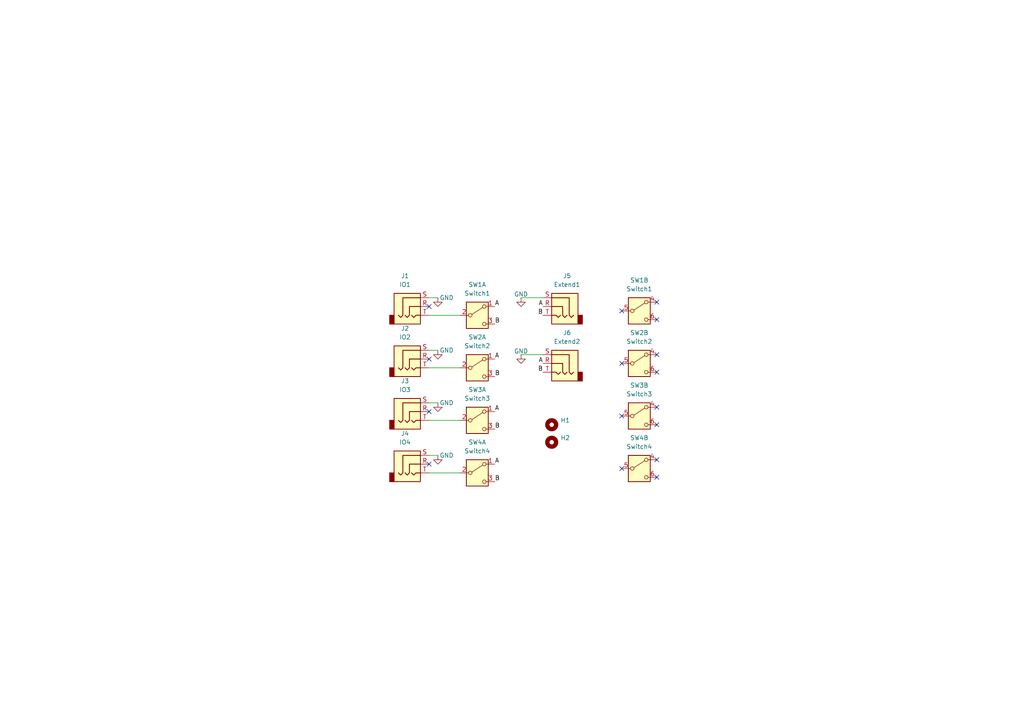
<source format=kicad_sch>
(kicad_sch (version 20250114) (generator "eeschema") (generator_version "9.0")
  (paper "A4")
  (lib_symbols
    (symbol "AudioJack3_1"
      (property "Reference" "J1" (at -1.905 8.89 0))
      (property "Value" "IO1" (at -1.905 6.35 0))
      (symbol "AudioJack3_1_0_1"
        (rectangle (start -5.08 -5.08) (end -6.35 -2.54) (stroke (width 0.254)) (fill (type outline)))
        (polyline (pts (xy -1.905 -2.54) (xy -1.27 -3.175) (xy -0.635 -2.54) (xy -0.635 0) (xy 2.54 0)) (stroke (width 0.254)))
        (polyline (pts (xy 0 -2.54) (xy 0.635 -3.175) (xy 1.27 -2.54) (xy 2.54 -2.54)) (stroke (width 0.254)))
        (rectangle (start 2.54 3.81) (end -5.08 -5.08) (stroke (width 0.254)) (fill (type background)))
        (polyline (pts (xy 2.54 2.54) (xy -2.54 2.54) (xy -2.54 -2.54) (xy -3.175 -3.175) (xy -3.81 -2.54)) (stroke (width 0.254)))
      )
      (symbol "AudioJack3_1_1_1"
        (pin power_out line (at 5.08 2.54 180) (length 2.54) (name "~") (number "S"))
        (pin passive line (at 5.08 0 180) (length 2.54) (name "~") (number "R"))
        (pin passive line (at 5.08 -2.54 180) (length 2.54) (name "~") (number "T"))
      )
    )
    (symbol "Connector_Audio:AudioJack3"
      (property "Reference" "J" (at 0 8.89 0))
      (property "Value" "AudioJack3" (at 0 6.35 0))
      (symbol "AudioJack3_0_1"
        (rectangle (start -5.08 -5.08) (end -6.35 -2.54) (stroke (width 0.254)) (fill (type outline)))
        (polyline (pts (xy -1.905 -2.54) (xy -1.27 -3.175) (xy -0.635 -2.54) (xy -0.635 0) (xy 2.54 0)) (stroke (width 0.254)))
        (polyline (pts (xy 0 -2.54) (xy 0.635 -3.175) (xy 1.27 -2.54) (xy 2.54 -2.54)) (stroke (width 0.254)))
        (rectangle (start 2.54 3.81) (end -5.08 -5.08) (stroke (width 0.254)) (fill (type background)))
        (polyline (pts (xy 2.54 2.54) (xy -2.54 2.54) (xy -2.54 -2.54) (xy -3.175 -3.175) (xy -3.81 -2.54)) (stroke (width 0.254)))
      )
      (symbol "AudioJack3_1_1"
        (pin passive line (at 5.08 2.54 180) (length 2.54) (name "~") (number "S"))
        (pin passive line (at 5.08 0 180) (length 2.54) (name "~") (number "R"))
        (pin passive line (at 5.08 -2.54 180) (length 2.54) (name "~") (number "T"))
      )
    )
    (symbol "Mechanical:MountingHole" (pin_names (offset 1.016)) (in_bom no)
      (property "Reference" "H" (at 0 5.08 0))
      (property "Value" "MountingHole" (at 0 3.175 0))
      (symbol "MountingHole_0_1"
        (circle (center 0 0) (radius 1.27) (stroke (width 1.27)))
      )
    )
    (symbol "Switch:SW_DPDT_x2" (pin_names (offset 0) (hide yes))
      (property "Reference" "SW" (at 0 5.08 0))
      (property "Value" "SW_DPDT_x2" (at 0 -5.08 0))
      (symbol "SW_DPDT_x2_0_0"
        (circle (center -2.032 0) (radius 0.508))
        (circle (center 2.032 -2.54) (radius 0.508))
      )
      (symbol "SW_DPDT_x2_0_1"
        (rectangle (start -3.175 3.81) (end 3.175 -3.81) (stroke (width 0.254)) (fill (type background)))
        (polyline (pts (xy -1.524 0.254) (xy 1.5748 2.286)))
        (circle (center 2.032 2.54) (radius 0.508))
      )
      (symbol "SW_DPDT_x2_1_1"
        (pin passive line (at -5.08 0 0) (length 2.54) (name "B") (number "2"))
        (pin passive line (at 5.08 2.54 180) (length 2.54) (name "A") (number "1"))
        (pin passive line (at 5.08 -2.54 180) (length 2.54) (name "C") (number "3"))
      )
      (symbol "SW_DPDT_x2_2_1"
        (pin passive line (at -5.08 0 0) (length 2.54) (name "B") (number "5"))
        (pin passive line (at 5.08 2.54 180) (length 2.54) (name "A") (number "4"))
        (pin passive line (at 5.08 -2.54 180) (length 2.54) (name "C") (number "6"))
      )
    )
    (symbol "power:GND" (power) (pin_numbers (hide yes)) (pin_names (offset 0) (hide yes))
      (property "Value" "GND" (at 0 -3.81 0))
      (symbol "GND_0_1"
        (polyline (pts (xy 0 0) (xy 0 -1.27) (xy 1.27 -1.27) (xy 0 -2.54) (xy -1.27 -1.27) (xy 0 -1.27)))
      )
      (symbol "GND_1_1"
        (pin power_in line (at 0 0 270) (length 0) (name "~") (number "1"))
      )
    )
  )
  (no_connect (at 190.5 92.71))
  (no_connect (at 124.46 88.9))
  (no_connect (at 190.5 102.87))
  (no_connect (at 180.34 90.17))
  (no_connect (at 180.34 105.41))
  (no_connect (at 190.5 87.63))
  (no_connect (at 124.46 134.62))
  (no_connect (at 190.5 118.11))
  (no_connect (at 190.5 138.43))
  (no_connect (at 190.5 133.35))
  (no_connect (at 190.5 107.95))
  (no_connect (at 124.46 119.38))
  (no_connect (at 180.34 135.89))
  (no_connect (at 180.34 120.65))
  (no_connect (at 190.5 123.19))
  (no_connect (at 124.46 104.14))
  (wire (pts (xy 124.46 86.36) (xy 127 86.36)))
  (wire (pts (xy 124.46 106.68) (xy 133.35 106.68)))
  (wire (pts (xy 124.46 137.16) (xy 133.35 137.16)))
  (wire (pts (xy 124.46 91.44) (xy 133.35 91.44)))
  (wire (pts (xy 151.13 102.87) (xy 157.48 102.87)))
  (wire (pts (xy 124.46 132.08) (xy 127 132.08)))
  (wire (pts (xy 124.46 116.84) (xy 127 116.84)))
  (wire (pts (xy 124.46 121.92) (xy 133.35 121.92)))
  (wire (pts (xy 151.13 86.36) (xy 157.48 86.36)))
  (wire (pts (xy 124.46 101.6) (xy 127 101.6)))
  (label "A" (at 143.51 134.62 0))
  (label "B" (at 143.51 109.22 0))
  (label "B" (at 143.51 139.7 0))
  (label "B" (at 143.51 93.98 0))
  (label "A" (at 143.51 88.9 0))
  (label "A" (at 157.48 88.9 180))
  (label "A" (at 143.51 104.14 0))
  (label "A" (at 143.51 119.38 0))
  (label "A" (at 157.48 105.41 180))
  (label "B" (at 157.48 91.44 180))
  (label "B" (at 143.51 124.46 0))
  (label "B" (at 157.48 107.95 180))
  (symbol (lib_id "Switch:SW_DPDT_x2") (at 138.43 137.16 0) (unit 1)
    (property "Reference" "SW4" (at 138.43 128.27 0))
    (property "Value" "Switch4" (at 138.43 130.81 0))
    (property "Footprint" "Button_Switch_THT:SW_PUSH_E-Switch_FS5700DP_DPDT" (effects (hide yes)))
    (property "Description" "Switch, dual pole double throw, separate symbols" (effects (hide yes)))
  )
  (symbol (lib_id "power:GND") (at 127 116.84 0) (unit 1)
    (property "Reference" "#PWR03" (effects (hide yes)))
    (property "Value" "GND" (at 129.54 116.84 0))
    (property "Description" "Power symbol creates a global label with name \"GND\" , ground" (effects (hide yes)))
  )
  (symbol (lib_id "Connector_Audio:AudioJack3") (at 119.38 104.14 0) (unit 1)
    (property "Reference" "J2" (at 117.475 95.25 0))
    (property "Value" "IO2" (at 117.475 97.79 0))
    (property "Footprint" "Connector_Audio:Jack_3.5mm_CUI_SJ1-3523N_Horizontal" (effects (hide yes)))
    (property "Description" "Audio Jack, 3 Poles (Stereo / TRS)" (effects (hide yes)))
  )
  (symbol (lib_id "Connector_Audio:AudioJack3") (at 162.56 88.9 0) (mirror y) (unit 1)
    (property "Reference" "J5" (at 164.465 80.01 0))
    (property "Value" "Extend1" (at 164.465 82.55 0))
    (property "Footprint" "Connector_Audio:Jack_3.5mm_CUI_SJ1-3523N_Horizontal" (effects (hide yes)))
    (property "Description" "Audio Jack, 3 Poles (Stereo / TRS)" (effects (hide yes)))
  )
  (symbol (lib_id "Switch:SW_DPDT_x2") (at 185.42 120.65 0) (unit 2)
    (property "Reference" "SW3" (at 185.42 111.76 0))
    (property "Value" "Switch3" (at 185.42 114.3 0))
    (property "Footprint" "Button_Switch_THT:SW_PUSH_E-Switch_FS5700DP_DPDT" (effects (hide yes)))
    (property "Description" "Switch, dual pole double throw, separate symbols" (effects (hide yes)))
  )
  (symbol (lib_id "Switch:SW_DPDT_x2") (at 138.43 121.92 0) (unit 1)
    (property "Reference" "SW3" (at 138.43 113.03 0))
    (property "Value" "Switch3" (at 138.43 115.57 0))
    (property "Footprint" "Button_Switch_THT:SW_PUSH_E-Switch_FS5700DP_DPDT" (effects (hide yes)))
    (property "Description" "Switch, dual pole double throw, separate symbols" (effects (hide yes)))
  )
  (symbol (lib_id "power:GND") (at 127 132.08 0) (unit 1)
    (property "Reference" "#PWR04" (effects (hide yes)))
    (property "Value" "GND" (at 129.54 132.08 0))
    (property "Description" "Power symbol creates a global label with name \"GND\" , ground" (effects (hide yes)))
  )
  (symbol (lib_id "power:GND") (at 151.13 86.36 0) (unit 1)
    (property "Reference" "#PWR05" (effects (hide yes)))
    (property "Value" "GND" (at 151.13 85.344 0))
    (property "Description" "Power symbol creates a global label with name \"GND\" , ground" (effects (hide yes)))
  )
  (symbol (lib_id "Switch:SW_DPDT_x2") (at 185.42 105.41 0) (unit 2)
    (property "Reference" "SW2" (at 185.42 96.52 0))
    (property "Value" "Switch2" (at 185.42 99.06 0))
    (property "Footprint" "Button_Switch_THT:SW_PUSH_E-Switch_FS5700DP_DPDT" (effects (hide yes)))
    (property "Description" "Switch, dual pole double throw, separate symbols" (effects (hide yes)))
  )
  (symbol (lib_id "Connector_Audio:AudioJack3") (at 119.38 119.38 0) (unit 1)
    (property "Reference" "J3" (at 117.475 110.49 0))
    (property "Value" "IO3" (at 117.475 113.03 0))
    (property "Footprint" "Connector_Audio:Jack_3.5mm_CUI_SJ1-3523N_Horizontal" (effects (hide yes)))
    (property "Description" "Audio Jack, 3 Poles (Stereo / TRS)" (effects (hide yes)))
  )
  (symbol (lib_id "Switch:SW_DPDT_x2") (at 138.43 91.44 0) (unit 1)
    (property "Reference" "SW1" (at 138.43 82.55 0))
    (property "Value" "Switch1" (at 138.43 85.09 0))
    (property "Footprint" "Button_Switch_THT:SW_PUSH_E-Switch_FS5700DP_DPDT" (effects (hide yes)))
    (property "Description" "Switch, dual pole double throw, separate symbols" (effects (hide yes)))
  )
  (symbol (lib_id "Switch:SW_DPDT_x2") (at 185.42 90.17 0) (unit 2)
    (property "Reference" "SW1" (at 185.42 81.28 0))
    (property "Value" "Switch1" (at 185.42 83.82 0))
    (property "Footprint" "Button_Switch_THT:SW_PUSH_E-Switch_FS5700DP_DPDT" (effects (hide yes)))
    (property "Description" "Switch, dual pole double throw, separate symbols" (effects (hide yes)))
  )
  (symbol (lib_id "power:GND") (at 151.13 102.87 0) (unit 1)
    (property "Reference" "#PWR06" (effects (hide yes)))
    (property "Value" "GND" (at 151.13 101.854 0))
    (property "Description" "Power symbol creates a global label with name \"GND\" , ground" (effects (hide yes)))
  )
  (symbol (lib_id "Connector_Audio:AudioJack3") (at 162.56 105.41 0) (mirror y) (unit 1)
    (property "Reference" "J6" (at 164.465 96.52 0))
    (property "Value" "Extend2" (at 164.465 99.06 0))
    (property "Footprint" "Connector_Audio:Jack_3.5mm_CUI_SJ1-3523N_Horizontal" (effects (hide yes)))
    (property "Description" "Audio Jack, 3 Poles (Stereo / TRS)" (effects (hide yes)))
  )
  (symbol (lib_id "power:GND") (at 127 86.36 0) (unit 1)
    (property "Reference" "#PWR01" (effects (hide yes)))
    (property "Value" "GND" (at 129.54 86.36 0))
    (property "Description" "Power symbol creates a global label with name \"GND\" , ground" (effects (hide yes)))
  )
  (symbol (lib_id "Switch:SW_DPDT_x2") (at 185.42 135.89 0) (unit 2)
    (property "Reference" "SW4" (at 185.42 127 0))
    (property "Value" "Switch4" (at 185.42 129.54 0))
    (property "Footprint" "Button_Switch_THT:SW_PUSH_E-Switch_FS5700DP_DPDT" (effects (hide yes)))
    (property "Description" "Switch, dual pole double throw, separate symbols" (effects (hide yes)))
  )
  (symbol (lib_id "Switch:SW_DPDT_x2") (at 138.43 106.68 0) (unit 1)
    (property "Reference" "SW2" (at 138.43 97.79 0))
    (property "Value" "Switch2" (at 138.43 100.33 0))
    (property "Footprint" "Button_Switch_THT:SW_PUSH_E-Switch_FS5700DP_DPDT" (effects (hide yes)))
    (property "Description" "Switch, dual pole double throw, separate symbols" (effects (hide yes)))
  )
  (symbol (lib_name "AudioJack3_1") (lib_id "Connector_Audio:AudioJack3") (at 119.38 88.9 0) (unit 1)
    (property "Reference" "J1" (at 117.475 80.01 0))
    (property "Value" "IO1" (at 117.475 82.55 0))
    (property "Footprint" "Connector_Audio:Jack_3.5mm_CUI_SJ1-3523N_Horizontal" (effects (hide yes)))
    (property "Description" "Audio Jack, 3 Poles (Stereo / TRS)" (effects (hide yes)))
  )
  (symbol (lib_id "Mechanical:MountingHole") (at 160.02 123.19 0) (unit 1) (in_bom no)
    (property "Reference" "H1" (at 162.56 121.9199 0) (effects (justify left)))
    (property "Value" "MountingHole" (effects (hide yes)))
    (property "Footprint" "MountingHole:MountingHole_3.2mm_M3_DIN965" (effects (hide yes)))
    (property "Description" "Mounting Hole without connection" (effects (hide yes)))
  )
  (symbol (lib_id "Connector_Audio:AudioJack3") (at 119.38 134.62 0) (unit 1)
    (property "Reference" "J4" (at 117.475 125.73 0))
    (property "Value" "IO4" (at 117.475 128.27 0))
    (property "Footprint" "Connector_Audio:Jack_3.5mm_CUI_SJ1-3523N_Horizontal" (effects (hide yes)))
    (property "Description" "Audio Jack, 3 Poles (Stereo / TRS)" (effects (hide yes)))
  )
  (symbol (lib_id "Mechanical:MountingHole") (at 160.02 128.27 0) (unit 1) (in_bom no)
    (property "Reference" "H2" (at 162.56 126.9999 0) (effects (justify left)))
    (property "Value" "MountingHole" (effects (hide yes)))
    (property "Footprint" "MountingHole:MountingHole_3.2mm_M3_DIN965" (effects (hide yes)))
    (property "Description" "Mounting Hole without connection" (effects (hide yes)))
  )
  (symbol (lib_id "power:GND") (at 127 101.6 0) (unit 1)
    (property "Reference" "#PWR02" (effects (hide yes)))
    (property "Value" "GND" (at 129.54 101.6 0))
    (property "Description" "Power symbol creates a global label with name \"GND\" , ground" (effects (hide yes)))
  )
)
</source>
